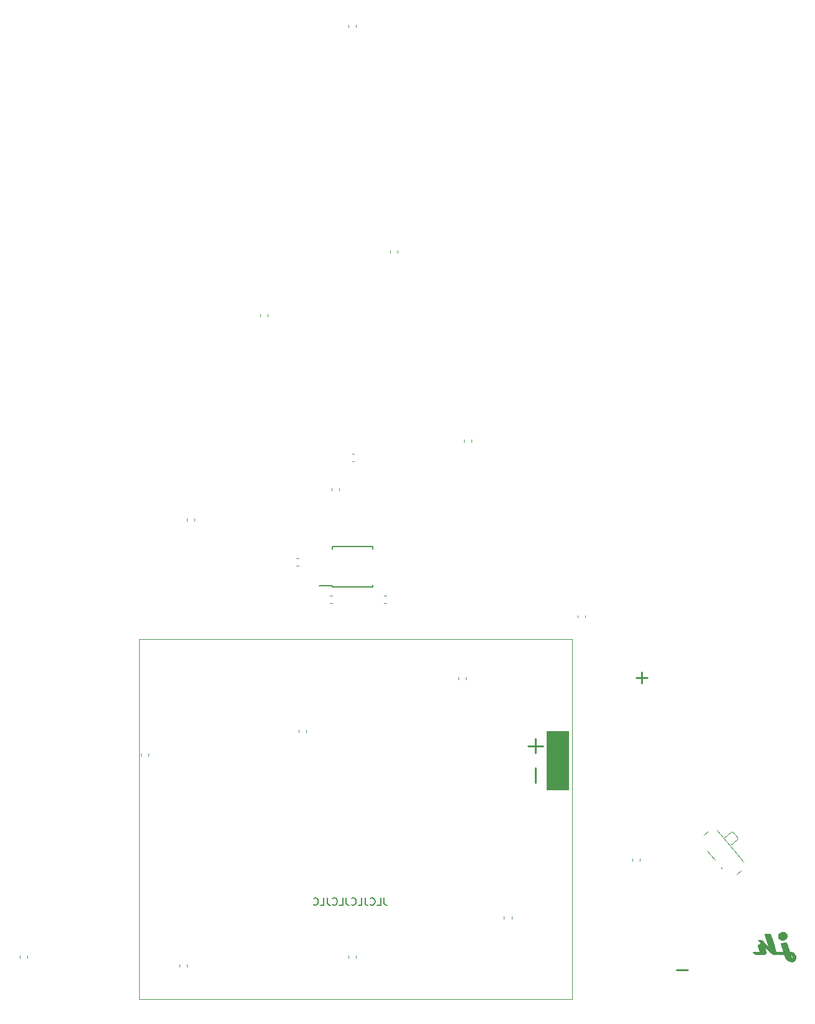
<source format=gbr>
%TF.GenerationSoftware,KiCad,Pcbnew,(5.1.10)-1*%
%TF.CreationDate,2021-10-20T09:03:38+02:00*%
%TF.ProjectId,Drvce,44727663-652e-46b6-9963-61645f706362,rev?*%
%TF.SameCoordinates,Original*%
%TF.FileFunction,Legend,Bot*%
%TF.FilePolarity,Positive*%
%FSLAX46Y46*%
G04 Gerber Fmt 4.6, Leading zero omitted, Abs format (unit mm)*
G04 Created by KiCad (PCBNEW (5.1.10)-1) date 2021-10-20 09:03:38*
%MOMM*%
%LPD*%
G01*
G04 APERTURE LIST*
%ADD10C,0.250000*%
%ADD11C,0.150000*%
%ADD12C,0.010000*%
%ADD13C,0.100000*%
%ADD14C,0.120000*%
G04 APERTURE END LIST*
D10*
X138500000Y-125750000D02*
X138500000Y-124250000D01*
X137750000Y-125000000D02*
X139250000Y-125000000D01*
X143250000Y-164750000D02*
X144750000Y-164750000D01*
D11*
X103369047Y-154952380D02*
X103369047Y-155666666D01*
X103416666Y-155809523D01*
X103511904Y-155904761D01*
X103654761Y-155952380D01*
X103750000Y-155952380D01*
X102416666Y-155952380D02*
X102892857Y-155952380D01*
X102892857Y-154952380D01*
X101511904Y-155857142D02*
X101559523Y-155904761D01*
X101702380Y-155952380D01*
X101797619Y-155952380D01*
X101940476Y-155904761D01*
X102035714Y-155809523D01*
X102083333Y-155714285D01*
X102130952Y-155523809D01*
X102130952Y-155380952D01*
X102083333Y-155190476D01*
X102035714Y-155095238D01*
X101940476Y-155000000D01*
X101797619Y-154952380D01*
X101702380Y-154952380D01*
X101559523Y-155000000D01*
X101511904Y-155047619D01*
X100797619Y-154952380D02*
X100797619Y-155666666D01*
X100845238Y-155809523D01*
X100940476Y-155904761D01*
X101083333Y-155952380D01*
X101178571Y-155952380D01*
X99845238Y-155952380D02*
X100321428Y-155952380D01*
X100321428Y-154952380D01*
X98940476Y-155857142D02*
X98988095Y-155904761D01*
X99130952Y-155952380D01*
X99226190Y-155952380D01*
X99369047Y-155904761D01*
X99464285Y-155809523D01*
X99511904Y-155714285D01*
X99559523Y-155523809D01*
X99559523Y-155380952D01*
X99511904Y-155190476D01*
X99464285Y-155095238D01*
X99369047Y-155000000D01*
X99226190Y-154952380D01*
X99130952Y-154952380D01*
X98988095Y-155000000D01*
X98940476Y-155047619D01*
X98226190Y-154952380D02*
X98226190Y-155666666D01*
X98273809Y-155809523D01*
X98369047Y-155904761D01*
X98511904Y-155952380D01*
X98607142Y-155952380D01*
X97273809Y-155952380D02*
X97750000Y-155952380D01*
X97750000Y-154952380D01*
X96369047Y-155857142D02*
X96416666Y-155904761D01*
X96559523Y-155952380D01*
X96654761Y-155952380D01*
X96797619Y-155904761D01*
X96892857Y-155809523D01*
X96940476Y-155714285D01*
X96988095Y-155523809D01*
X96988095Y-155380952D01*
X96940476Y-155190476D01*
X96892857Y-155095238D01*
X96797619Y-155000000D01*
X96654761Y-154952380D01*
X96559523Y-154952380D01*
X96416666Y-155000000D01*
X96369047Y-155047619D01*
X95654761Y-154952380D02*
X95654761Y-155666666D01*
X95702380Y-155809523D01*
X95797619Y-155904761D01*
X95940476Y-155952380D01*
X96035714Y-155952380D01*
X94702380Y-155952380D02*
X95178571Y-155952380D01*
X95178571Y-154952380D01*
X93797619Y-155857142D02*
X93845238Y-155904761D01*
X93988095Y-155952380D01*
X94083333Y-155952380D01*
X94226190Y-155904761D01*
X94321428Y-155809523D01*
X94369047Y-155714285D01*
X94416666Y-155523809D01*
X94416666Y-155380952D01*
X94369047Y-155190476D01*
X94321428Y-155095238D01*
X94226190Y-155000000D01*
X94083333Y-154952380D01*
X93988095Y-154952380D01*
X93845238Y-155000000D01*
X93797619Y-155047619D01*
D12*
%TO.C,G\u002A\u002A\u002A*%
G36*
X155522226Y-159861882D02*
G01*
X155428672Y-159862489D01*
X155356206Y-159863604D01*
X155302675Y-159865315D01*
X155265924Y-159867708D01*
X155243798Y-159870867D01*
X155234143Y-159874881D01*
X155233497Y-159877894D01*
X155238015Y-159891888D01*
X155249337Y-159927758D01*
X155266721Y-159983127D01*
X155289428Y-160055619D01*
X155316715Y-160142856D01*
X155347842Y-160242462D01*
X155382068Y-160352060D01*
X155418651Y-160469272D01*
X155456851Y-160591721D01*
X155495926Y-160717031D01*
X155535135Y-160842825D01*
X155573738Y-160966725D01*
X155610992Y-161086355D01*
X155646157Y-161199338D01*
X155678493Y-161303296D01*
X155707257Y-161395853D01*
X155731708Y-161474631D01*
X155751106Y-161537255D01*
X155764710Y-161581346D01*
X155770267Y-161599513D01*
X155773555Y-161609978D01*
X155776027Y-161618697D01*
X155776584Y-161624594D01*
X155774129Y-161626590D01*
X155767564Y-161623609D01*
X155755791Y-161614573D01*
X155737711Y-161598403D01*
X155712228Y-161574024D01*
X155678242Y-161540357D01*
X155634657Y-161496324D01*
X155580373Y-161440849D01*
X155514294Y-161372854D01*
X155435320Y-161291261D01*
X155342355Y-161194992D01*
X155234300Y-161082971D01*
X155110057Y-160954120D01*
X155065036Y-160907431D01*
X154842650Y-160676812D01*
X154297004Y-160674500D01*
X154430108Y-160811025D01*
X154491724Y-160874209D01*
X154562556Y-160946825D01*
X154634078Y-161020129D01*
X154697759Y-161085379D01*
X154700853Y-161088548D01*
X154838493Y-161229546D01*
X154696076Y-161238557D01*
X154597975Y-161247690D01*
X154521371Y-161262014D01*
X154462664Y-161282807D01*
X154418254Y-161311347D01*
X154384541Y-161348913D01*
X154384314Y-161349240D01*
X154366562Y-161378352D01*
X154354260Y-161408784D01*
X154347775Y-161443295D01*
X154347476Y-161484644D01*
X154353728Y-161535589D01*
X154366901Y-161598887D01*
X154387361Y-161677298D01*
X154415476Y-161773579D01*
X154451614Y-161890490D01*
X154459972Y-161917017D01*
X154488131Y-162006581D01*
X154513613Y-162088380D01*
X154535452Y-162159253D01*
X154552681Y-162216037D01*
X154564335Y-162255572D01*
X154569448Y-162274695D01*
X154569600Y-162275792D01*
X154557266Y-162278662D01*
X154521725Y-162281218D01*
X154465169Y-162283405D01*
X154389789Y-162285169D01*
X154297777Y-162286457D01*
X154191325Y-162287213D01*
X154099700Y-162287400D01*
X153961704Y-162287745D01*
X153847090Y-162288773D01*
X153756247Y-162290474D01*
X153689563Y-162292837D01*
X153647424Y-162295851D01*
X153630219Y-162299506D01*
X153629800Y-162300238D01*
X153634844Y-162318321D01*
X153647744Y-162350535D01*
X153657970Y-162373263D01*
X153708563Y-162452402D01*
X153780499Y-162522019D01*
X153870817Y-162579964D01*
X153976555Y-162624091D01*
X154022003Y-162637263D01*
X154043930Y-162641980D01*
X154070953Y-162645832D01*
X154105469Y-162648877D01*
X154149875Y-162651172D01*
X154206568Y-162652775D01*
X154277943Y-162653745D01*
X154366399Y-162654139D01*
X154474331Y-162654016D01*
X154604136Y-162653433D01*
X154673429Y-162653016D01*
X154809383Y-162652120D01*
X154922313Y-162651242D01*
X155014594Y-162650262D01*
X155088601Y-162649062D01*
X155146711Y-162647523D01*
X155191299Y-162645525D01*
X155224740Y-162642950D01*
X155249409Y-162639679D01*
X155267682Y-162635593D01*
X155281935Y-162630573D01*
X155294542Y-162624499D01*
X155299850Y-162621642D01*
X155340166Y-162592519D01*
X155375917Y-162555358D01*
X155382048Y-162546888D01*
X155399392Y-162516541D01*
X155408734Y-162485292D01*
X155412115Y-162443808D01*
X155412124Y-162409495D01*
X155410640Y-162378662D01*
X155406524Y-162345169D01*
X155398933Y-162305691D01*
X155387026Y-162256902D01*
X155369962Y-162195475D01*
X155346900Y-162118084D01*
X155316998Y-162021403D01*
X155301352Y-161971558D01*
X155273293Y-161882238D01*
X155247894Y-161800981D01*
X155226114Y-161730886D01*
X155208911Y-161675052D01*
X155197244Y-161636579D01*
X155192072Y-161618567D01*
X155191901Y-161617670D01*
X155200644Y-161624031D01*
X155225054Y-161645421D01*
X155262403Y-161679353D01*
X155309962Y-161723342D01*
X155365002Y-161774902D01*
X155379225Y-161788318D01*
X155440109Y-161845460D01*
X155515033Y-161915198D01*
X155599198Y-161993097D01*
X155687799Y-162074722D01*
X155776035Y-162155637D01*
X155852300Y-162225221D01*
X155956833Y-162320272D01*
X156045153Y-162399787D01*
X156119962Y-162465179D01*
X156183963Y-162517865D01*
X156239857Y-162559260D01*
X156290348Y-162590778D01*
X156338137Y-162613834D01*
X156385926Y-162629845D01*
X156436419Y-162640224D01*
X156492317Y-162646387D01*
X156556323Y-162649749D01*
X156631138Y-162651726D01*
X156668275Y-162652523D01*
X156754442Y-162653824D01*
X156825151Y-162653709D01*
X156877835Y-162652243D01*
X156909927Y-162649493D01*
X156919100Y-162646136D01*
X156915223Y-162628588D01*
X156905152Y-162595017D01*
X156893700Y-162560449D01*
X156880260Y-162519636D01*
X156871053Y-162488332D01*
X156868300Y-162475155D01*
X156877016Y-162476479D01*
X156899764Y-162491242D01*
X156928625Y-162513820D01*
X156992368Y-162561558D01*
X157056841Y-162597135D01*
X157133127Y-162626968D01*
X157156689Y-162633259D01*
X157188539Y-162638384D01*
X157231596Y-162642517D01*
X157288778Y-162645834D01*
X157363003Y-162648509D01*
X157457188Y-162650717D01*
X157556841Y-162652384D01*
X157921532Y-162657730D01*
X157979864Y-162837188D01*
X158034582Y-162989088D01*
X158093623Y-163118811D01*
X158159275Y-163229496D01*
X158233826Y-163324286D01*
X158319565Y-163406320D01*
X158418780Y-163478739D01*
X158469990Y-163509929D01*
X158558818Y-163552916D01*
X158659579Y-163587761D01*
X158766752Y-163613667D01*
X158874817Y-163629835D01*
X158978253Y-163635468D01*
X159071540Y-163629769D01*
X159149159Y-163611940D01*
X159156672Y-163609138D01*
X159248079Y-163564121D01*
X159322856Y-163505474D01*
X159385328Y-163429131D01*
X159429040Y-163353210D01*
X159463734Y-163272158D01*
X159485257Y-163189983D01*
X159495514Y-163097812D01*
X159496562Y-163055750D01*
X159033292Y-163055750D01*
X159032920Y-163114904D01*
X159030595Y-163155552D01*
X159024922Y-163184578D01*
X159014506Y-163208869D01*
X158997949Y-163235311D01*
X158996451Y-163237529D01*
X158971788Y-163269784D01*
X158956053Y-163279925D01*
X158950208Y-163275629D01*
X158943882Y-163259240D01*
X158931059Y-163222222D01*
X158912929Y-163168153D01*
X158890684Y-163100611D01*
X158865517Y-163023176D01*
X158848483Y-162970252D01*
X158822848Y-162889189D01*
X158800497Y-162816358D01*
X158782423Y-162755167D01*
X158769613Y-162709024D01*
X158763059Y-162681336D01*
X158762656Y-162674810D01*
X158779907Y-162673745D01*
X158810751Y-162684908D01*
X158848730Y-162704939D01*
X158887386Y-162730477D01*
X158917273Y-162755256D01*
X158952799Y-162795355D01*
X158986959Y-162843653D01*
X158999518Y-162865250D01*
X159015364Y-162898125D01*
X159025322Y-162928922D01*
X159030735Y-162965203D01*
X159032943Y-163014531D01*
X159033292Y-163055750D01*
X159496562Y-163055750D01*
X159497050Y-163036193D01*
X159489859Y-162909329D01*
X159466625Y-162798646D01*
X159425367Y-162699171D01*
X159364103Y-162605932D01*
X159294282Y-162527323D01*
X159238669Y-162474105D01*
X159188822Y-162434552D01*
X159135424Y-162401891D01*
X159090800Y-162379436D01*
X158975887Y-162333335D01*
X158859371Y-162302215D01*
X158749180Y-162288058D01*
X158722423Y-162287400D01*
X158649262Y-162287400D01*
X158566221Y-162030225D01*
X158538575Y-161944589D01*
X158505365Y-161841691D01*
X158468820Y-161728439D01*
X158431172Y-161611745D01*
X158394648Y-161498521D01*
X158371573Y-161426975D01*
X158259967Y-161080899D01*
X157849884Y-161080900D01*
X157750722Y-161081211D01*
X157660196Y-161082094D01*
X157581299Y-161083472D01*
X157517023Y-161085269D01*
X157470359Y-161087409D01*
X157444301Y-161089816D01*
X157439800Y-161091362D01*
X157443491Y-161105217D01*
X157454073Y-161140915D01*
X157470812Y-161196071D01*
X157492974Y-161268301D01*
X157519823Y-161355220D01*
X157550626Y-161454444D01*
X157584647Y-161563587D01*
X157621152Y-161680264D01*
X157623950Y-161689191D01*
X157660580Y-161806134D01*
X157694786Y-161915547D01*
X157725834Y-162015071D01*
X157752992Y-162102347D01*
X157775529Y-162175018D01*
X157792709Y-162230724D01*
X157803803Y-162267107D01*
X157808075Y-162281808D01*
X157808100Y-162281979D01*
X157795852Y-162283170D01*
X157760915Y-162284271D01*
X157705999Y-162285253D01*
X157633816Y-162286084D01*
X157547076Y-162286737D01*
X157448489Y-162287181D01*
X157340767Y-162287388D01*
X157308453Y-162287400D01*
X156808806Y-162287400D01*
X156429785Y-161074550D01*
X156050765Y-159861700D01*
X155639024Y-159861700D01*
X155522226Y-159861882D01*
G37*
X155522226Y-159861882D02*
X155428672Y-159862489D01*
X155356206Y-159863604D01*
X155302675Y-159865315D01*
X155265924Y-159867708D01*
X155243798Y-159870867D01*
X155234143Y-159874881D01*
X155233497Y-159877894D01*
X155238015Y-159891888D01*
X155249337Y-159927758D01*
X155266721Y-159983127D01*
X155289428Y-160055619D01*
X155316715Y-160142856D01*
X155347842Y-160242462D01*
X155382068Y-160352060D01*
X155418651Y-160469272D01*
X155456851Y-160591721D01*
X155495926Y-160717031D01*
X155535135Y-160842825D01*
X155573738Y-160966725D01*
X155610992Y-161086355D01*
X155646157Y-161199338D01*
X155678493Y-161303296D01*
X155707257Y-161395853D01*
X155731708Y-161474631D01*
X155751106Y-161537255D01*
X155764710Y-161581346D01*
X155770267Y-161599513D01*
X155773555Y-161609978D01*
X155776027Y-161618697D01*
X155776584Y-161624594D01*
X155774129Y-161626590D01*
X155767564Y-161623609D01*
X155755791Y-161614573D01*
X155737711Y-161598403D01*
X155712228Y-161574024D01*
X155678242Y-161540357D01*
X155634657Y-161496324D01*
X155580373Y-161440849D01*
X155514294Y-161372854D01*
X155435320Y-161291261D01*
X155342355Y-161194992D01*
X155234300Y-161082971D01*
X155110057Y-160954120D01*
X155065036Y-160907431D01*
X154842650Y-160676812D01*
X154297004Y-160674500D01*
X154430108Y-160811025D01*
X154491724Y-160874209D01*
X154562556Y-160946825D01*
X154634078Y-161020129D01*
X154697759Y-161085379D01*
X154700853Y-161088548D01*
X154838493Y-161229546D01*
X154696076Y-161238557D01*
X154597975Y-161247690D01*
X154521371Y-161262014D01*
X154462664Y-161282807D01*
X154418254Y-161311347D01*
X154384541Y-161348913D01*
X154384314Y-161349240D01*
X154366562Y-161378352D01*
X154354260Y-161408784D01*
X154347775Y-161443295D01*
X154347476Y-161484644D01*
X154353728Y-161535589D01*
X154366901Y-161598887D01*
X154387361Y-161677298D01*
X154415476Y-161773579D01*
X154451614Y-161890490D01*
X154459972Y-161917017D01*
X154488131Y-162006581D01*
X154513613Y-162088380D01*
X154535452Y-162159253D01*
X154552681Y-162216037D01*
X154564335Y-162255572D01*
X154569448Y-162274695D01*
X154569600Y-162275792D01*
X154557266Y-162278662D01*
X154521725Y-162281218D01*
X154465169Y-162283405D01*
X154389789Y-162285169D01*
X154297777Y-162286457D01*
X154191325Y-162287213D01*
X154099700Y-162287400D01*
X153961704Y-162287745D01*
X153847090Y-162288773D01*
X153756247Y-162290474D01*
X153689563Y-162292837D01*
X153647424Y-162295851D01*
X153630219Y-162299506D01*
X153629800Y-162300238D01*
X153634844Y-162318321D01*
X153647744Y-162350535D01*
X153657970Y-162373263D01*
X153708563Y-162452402D01*
X153780499Y-162522019D01*
X153870817Y-162579964D01*
X153976555Y-162624091D01*
X154022003Y-162637263D01*
X154043930Y-162641980D01*
X154070953Y-162645832D01*
X154105469Y-162648877D01*
X154149875Y-162651172D01*
X154206568Y-162652775D01*
X154277943Y-162653745D01*
X154366399Y-162654139D01*
X154474331Y-162654016D01*
X154604136Y-162653433D01*
X154673429Y-162653016D01*
X154809383Y-162652120D01*
X154922313Y-162651242D01*
X155014594Y-162650262D01*
X155088601Y-162649062D01*
X155146711Y-162647523D01*
X155191299Y-162645525D01*
X155224740Y-162642950D01*
X155249409Y-162639679D01*
X155267682Y-162635593D01*
X155281935Y-162630573D01*
X155294542Y-162624499D01*
X155299850Y-162621642D01*
X155340166Y-162592519D01*
X155375917Y-162555358D01*
X155382048Y-162546888D01*
X155399392Y-162516541D01*
X155408734Y-162485292D01*
X155412115Y-162443808D01*
X155412124Y-162409495D01*
X155410640Y-162378662D01*
X155406524Y-162345169D01*
X155398933Y-162305691D01*
X155387026Y-162256902D01*
X155369962Y-162195475D01*
X155346900Y-162118084D01*
X155316998Y-162021403D01*
X155301352Y-161971558D01*
X155273293Y-161882238D01*
X155247894Y-161800981D01*
X155226114Y-161730886D01*
X155208911Y-161675052D01*
X155197244Y-161636579D01*
X155192072Y-161618567D01*
X155191901Y-161617670D01*
X155200644Y-161624031D01*
X155225054Y-161645421D01*
X155262403Y-161679353D01*
X155309962Y-161723342D01*
X155365002Y-161774902D01*
X155379225Y-161788318D01*
X155440109Y-161845460D01*
X155515033Y-161915198D01*
X155599198Y-161993097D01*
X155687799Y-162074722D01*
X155776035Y-162155637D01*
X155852300Y-162225221D01*
X155956833Y-162320272D01*
X156045153Y-162399787D01*
X156119962Y-162465179D01*
X156183963Y-162517865D01*
X156239857Y-162559260D01*
X156290348Y-162590778D01*
X156338137Y-162613834D01*
X156385926Y-162629845D01*
X156436419Y-162640224D01*
X156492317Y-162646387D01*
X156556323Y-162649749D01*
X156631138Y-162651726D01*
X156668275Y-162652523D01*
X156754442Y-162653824D01*
X156825151Y-162653709D01*
X156877835Y-162652243D01*
X156909927Y-162649493D01*
X156919100Y-162646136D01*
X156915223Y-162628588D01*
X156905152Y-162595017D01*
X156893700Y-162560449D01*
X156880260Y-162519636D01*
X156871053Y-162488332D01*
X156868300Y-162475155D01*
X156877016Y-162476479D01*
X156899764Y-162491242D01*
X156928625Y-162513820D01*
X156992368Y-162561558D01*
X157056841Y-162597135D01*
X157133127Y-162626968D01*
X157156689Y-162633259D01*
X157188539Y-162638384D01*
X157231596Y-162642517D01*
X157288778Y-162645834D01*
X157363003Y-162648509D01*
X157457188Y-162650717D01*
X157556841Y-162652384D01*
X157921532Y-162657730D01*
X157979864Y-162837188D01*
X158034582Y-162989088D01*
X158093623Y-163118811D01*
X158159275Y-163229496D01*
X158233826Y-163324286D01*
X158319565Y-163406320D01*
X158418780Y-163478739D01*
X158469990Y-163509929D01*
X158558818Y-163552916D01*
X158659579Y-163587761D01*
X158766752Y-163613667D01*
X158874817Y-163629835D01*
X158978253Y-163635468D01*
X159071540Y-163629769D01*
X159149159Y-163611940D01*
X159156672Y-163609138D01*
X159248079Y-163564121D01*
X159322856Y-163505474D01*
X159385328Y-163429131D01*
X159429040Y-163353210D01*
X159463734Y-163272158D01*
X159485257Y-163189983D01*
X159495514Y-163097812D01*
X159496562Y-163055750D01*
X159033292Y-163055750D01*
X159032920Y-163114904D01*
X159030595Y-163155552D01*
X159024922Y-163184578D01*
X159014506Y-163208869D01*
X158997949Y-163235311D01*
X158996451Y-163237529D01*
X158971788Y-163269784D01*
X158956053Y-163279925D01*
X158950208Y-163275629D01*
X158943882Y-163259240D01*
X158931059Y-163222222D01*
X158912929Y-163168153D01*
X158890684Y-163100611D01*
X158865517Y-163023176D01*
X158848483Y-162970252D01*
X158822848Y-162889189D01*
X158800497Y-162816358D01*
X158782423Y-162755167D01*
X158769613Y-162709024D01*
X158763059Y-162681336D01*
X158762656Y-162674810D01*
X158779907Y-162673745D01*
X158810751Y-162684908D01*
X158848730Y-162704939D01*
X158887386Y-162730477D01*
X158917273Y-162755256D01*
X158952799Y-162795355D01*
X158986959Y-162843653D01*
X158999518Y-162865250D01*
X159015364Y-162898125D01*
X159025322Y-162928922D01*
X159030735Y-162965203D01*
X159032943Y-163014531D01*
X159033292Y-163055750D01*
X159496562Y-163055750D01*
X159497050Y-163036193D01*
X159489859Y-162909329D01*
X159466625Y-162798646D01*
X159425367Y-162699171D01*
X159364103Y-162605932D01*
X159294282Y-162527323D01*
X159238669Y-162474105D01*
X159188822Y-162434552D01*
X159135424Y-162401891D01*
X159090800Y-162379436D01*
X158975887Y-162333335D01*
X158859371Y-162302215D01*
X158749180Y-162288058D01*
X158722423Y-162287400D01*
X158649262Y-162287400D01*
X158566221Y-162030225D01*
X158538575Y-161944589D01*
X158505365Y-161841691D01*
X158468820Y-161728439D01*
X158431172Y-161611745D01*
X158394648Y-161498521D01*
X158371573Y-161426975D01*
X158259967Y-161080899D01*
X157849884Y-161080900D01*
X157750722Y-161081211D01*
X157660196Y-161082094D01*
X157581299Y-161083472D01*
X157517023Y-161085269D01*
X157470359Y-161087409D01*
X157444301Y-161089816D01*
X157439800Y-161091362D01*
X157443491Y-161105217D01*
X157454073Y-161140915D01*
X157470812Y-161196071D01*
X157492974Y-161268301D01*
X157519823Y-161355220D01*
X157550626Y-161454444D01*
X157584647Y-161563587D01*
X157621152Y-161680264D01*
X157623950Y-161689191D01*
X157660580Y-161806134D01*
X157694786Y-161915547D01*
X157725834Y-162015071D01*
X157752992Y-162102347D01*
X157775529Y-162175018D01*
X157792709Y-162230724D01*
X157803803Y-162267107D01*
X157808075Y-162281808D01*
X157808100Y-162281979D01*
X157795852Y-162283170D01*
X157760915Y-162284271D01*
X157705999Y-162285253D01*
X157633816Y-162286084D01*
X157547076Y-162286737D01*
X157448489Y-162287181D01*
X157340767Y-162287388D01*
X157308453Y-162287400D01*
X156808806Y-162287400D01*
X156429785Y-161074550D01*
X156050765Y-159861700D01*
X155639024Y-159861700D01*
X155522226Y-159861882D01*
G36*
X157645153Y-159596974D02*
G01*
X157569815Y-159603335D01*
X157520679Y-159612654D01*
X157428563Y-159646881D01*
X157337302Y-159698235D01*
X157253589Y-159761864D01*
X157184118Y-159832918D01*
X157149067Y-159881943D01*
X157109122Y-159970807D01*
X157087725Y-160070568D01*
X157084812Y-160174844D01*
X157100318Y-160277248D01*
X157134178Y-160371397D01*
X157154395Y-160407800D01*
X157222111Y-160493832D01*
X157308026Y-160568931D01*
X157405669Y-160628216D01*
X157491276Y-160662001D01*
X157548038Y-160674259D01*
X157617757Y-160682485D01*
X157692635Y-160686460D01*
X157764873Y-160685966D01*
X157826672Y-160680783D01*
X157865250Y-160672500D01*
X157980459Y-160626752D01*
X158074874Y-160572454D01*
X158152350Y-160507194D01*
X158182232Y-160474187D01*
X158239831Y-160395542D01*
X158277332Y-160318639D01*
X158297250Y-160235956D01*
X158302104Y-160139972D01*
X158301465Y-160117897D01*
X158297556Y-160056654D01*
X158289935Y-160010221D01*
X158276132Y-159968038D01*
X158256335Y-159924879D01*
X158195746Y-159829884D01*
X158115483Y-159746220D01*
X158020078Y-159677521D01*
X157914063Y-159627421D01*
X157866922Y-159612654D01*
X157804002Y-159601633D01*
X157726647Y-159596406D01*
X157645153Y-159596974D01*
G37*
X157645153Y-159596974D02*
X157569815Y-159603335D01*
X157520679Y-159612654D01*
X157428563Y-159646881D01*
X157337302Y-159698235D01*
X157253589Y-159761864D01*
X157184118Y-159832918D01*
X157149067Y-159881943D01*
X157109122Y-159970807D01*
X157087725Y-160070568D01*
X157084812Y-160174844D01*
X157100318Y-160277248D01*
X157134178Y-160371397D01*
X157154395Y-160407800D01*
X157222111Y-160493832D01*
X157308026Y-160568931D01*
X157405669Y-160628216D01*
X157491276Y-160662001D01*
X157548038Y-160674259D01*
X157617757Y-160682485D01*
X157692635Y-160686460D01*
X157764873Y-160685966D01*
X157826672Y-160680783D01*
X157865250Y-160672500D01*
X157980459Y-160626752D01*
X158074874Y-160572454D01*
X158152350Y-160507194D01*
X158182232Y-160474187D01*
X158239831Y-160395542D01*
X158277332Y-160318639D01*
X158297250Y-160235956D01*
X158302104Y-160139972D01*
X158301465Y-160117897D01*
X158297556Y-160056654D01*
X158289935Y-160010221D01*
X158276132Y-159968038D01*
X158256335Y-159924879D01*
X158195746Y-159829884D01*
X158115483Y-159746220D01*
X158020078Y-159677521D01*
X157914063Y-159627421D01*
X157866922Y-159612654D01*
X157804002Y-159601633D01*
X157726647Y-159596406D01*
X157645153Y-159596974D01*
D10*
%TO.C,REF\u002A\u002A*%
X124000000Y-137250000D02*
X124000000Y-139250000D01*
X123000000Y-134250000D02*
X125000000Y-134250000D01*
X124000000Y-133250000D02*
X124000000Y-135250000D01*
D13*
G36*
X128500000Y-140250000D02*
G01*
X128500000Y-132250000D01*
X125500000Y-132250000D01*
X125500000Y-140250000D01*
X128500000Y-140250000D01*
G37*
X128500000Y-140250000D02*
X128500000Y-132250000D01*
X125500000Y-132250000D01*
X125500000Y-140250000D01*
X128500000Y-140250000D01*
D14*
X70000000Y-119750000D02*
X70000000Y-168750000D01*
X70000000Y-119750000D02*
X129000000Y-119750000D01*
X70000000Y-168750000D02*
X129000000Y-168750000D01*
X129000000Y-119750000D02*
X129000000Y-168750000D01*
%TO.C,R4*%
X98998821Y-94490000D02*
X99324379Y-94490000D01*
X98998821Y-95510000D02*
X99324379Y-95510000D01*
%TO.C,R1*%
X91404221Y-108745000D02*
X91729779Y-108745000D01*
X91404221Y-109765000D02*
X91729779Y-109765000D01*
%TO.C,C16*%
X98490000Y-36412779D02*
X98490000Y-36087221D01*
X99510000Y-36412779D02*
X99510000Y-36087221D01*
D11*
%TO.C,U1*%
X96310000Y-112440000D02*
X94560000Y-112440000D01*
X96310000Y-107135000D02*
X101810000Y-107135000D01*
X96310000Y-112645000D02*
X101810000Y-112645000D01*
X96310000Y-107135000D02*
X96310000Y-107435000D01*
X101810000Y-107135000D02*
X101810000Y-107435000D01*
X101810000Y-112645000D02*
X101810000Y-112345000D01*
X96310000Y-112645000D02*
X96310000Y-112440000D01*
D14*
%TO.C,R2*%
X96327179Y-114845000D02*
X96001621Y-114845000D01*
X96327179Y-113825000D02*
X96001621Y-113825000D01*
%TO.C,C1*%
X103337221Y-113825000D02*
X103662779Y-113825000D01*
X103337221Y-114845000D02*
X103662779Y-114845000D01*
%TO.C,C2*%
X76510000Y-163984721D02*
X76510000Y-164310279D01*
X75490000Y-163984721D02*
X75490000Y-164310279D01*
%TO.C,C3*%
X54760000Y-162799721D02*
X54760000Y-163125279D01*
X53740000Y-162799721D02*
X53740000Y-163125279D01*
%TO.C,C4*%
X70240000Y-135662779D02*
X70240000Y-135337221D01*
X71260000Y-135662779D02*
X71260000Y-135337221D01*
%TO.C,C5*%
X91740000Y-132412779D02*
X91740000Y-132087221D01*
X92760000Y-132412779D02*
X92760000Y-132087221D01*
%TO.C,C6*%
X98490000Y-163162779D02*
X98490000Y-162837221D01*
X99510000Y-163162779D02*
X99510000Y-162837221D01*
%TO.C,C7*%
X119740000Y-157782479D02*
X119740000Y-157456921D01*
X120760000Y-157782479D02*
X120760000Y-157456921D01*
%TO.C,C8*%
X137240000Y-149971979D02*
X137240000Y-149646421D01*
X138260000Y-149971979D02*
X138260000Y-149646421D01*
%TO.C,C9*%
X113490000Y-125200279D02*
X113490000Y-124874721D01*
X114510000Y-125200279D02*
X114510000Y-124874721D01*
%TO.C,C10*%
X129740000Y-116799579D02*
X129740000Y-116474021D01*
X130760000Y-116799579D02*
X130760000Y-116474021D01*
%TO.C,C11*%
X115260000Y-92549721D02*
X115260000Y-92875279D01*
X114240000Y-92549721D02*
X114240000Y-92875279D01*
%TO.C,C12*%
X97260000Y-99151221D02*
X97260000Y-99476779D01*
X96240000Y-99151221D02*
X96240000Y-99476779D01*
%TO.C,C13*%
X77510000Y-103299721D02*
X77510000Y-103625279D01*
X76490000Y-103299721D02*
X76490000Y-103625279D01*
%TO.C,C14*%
X86490000Y-75791279D02*
X86490000Y-75465721D01*
X87510000Y-75791279D02*
X87510000Y-75465721D01*
%TO.C,C15*%
X104240000Y-67167979D02*
X104240000Y-66842421D01*
X105260000Y-67167979D02*
X105260000Y-66842421D01*
%TO.C,SW1*%
X152019169Y-151180046D02*
X151413994Y-151687848D01*
X146978760Y-146402142D02*
X147583935Y-145894340D01*
X147363570Y-148494251D02*
X148456309Y-149796527D01*
X148743312Y-145704751D02*
X152407202Y-150071204D01*
X151499175Y-146982177D02*
X150510978Y-147811373D01*
X150952978Y-146004543D02*
X151531487Y-146693983D01*
X149675354Y-146815515D02*
X150663552Y-145986319D01*
X151499175Y-146982177D02*
X151531487Y-146693983D01*
X150663552Y-145986319D02*
X150952978Y-146004543D01*
X149291933Y-150792384D02*
X149420490Y-150945593D01*
%TD*%
M02*

</source>
